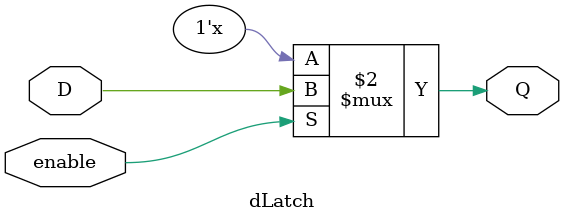
<source format=v>
module dLatch (
  input D, enable,
  output reg Q
);
  always@(D or enable) begin
    if (enable) begin Q <= D; end
  end
endmodule
</source>
